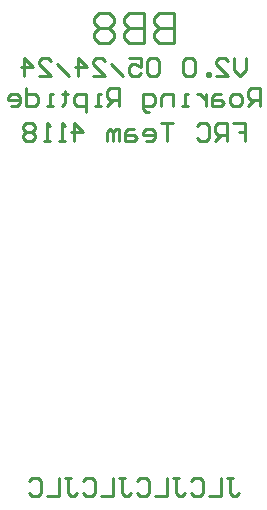
<source format=gbo>
G04*
G04 #@! TF.GenerationSoftware,Altium Limited,Altium Designer,23.8.1 (32)*
G04*
G04 Layer_Color=32896*
%FSLAX26Y26*%
%MOIN*%
G70*
G04*
G04 #@! TF.SameCoordinates,C2A49AF8-9E88-4C2C-BBB5-2A61B6A386C2*
G04*
G04*
G04 #@! TF.FilePolarity,Positive*
G04*
G01*
G75*
%ADD10C,0.010000*%
D10*
X374879Y664981D02*
Y624994D01*
X354885Y605000D01*
X334892Y624994D01*
Y664981D01*
X274911Y605000D02*
X314898D01*
X274911Y644987D01*
Y654984D01*
X284908Y664981D01*
X304901D01*
X314898Y654984D01*
X254918Y605000D02*
Y614997D01*
X244921D01*
Y605000D01*
X254918D01*
X204934Y654984D02*
X194937Y664981D01*
X174944D01*
X164947Y654984D01*
Y614997D01*
X174944Y605000D01*
X194937D01*
X204934Y614997D01*
Y654984D01*
X84973D02*
X74976Y664981D01*
X54982D01*
X44986Y654984D01*
Y614997D01*
X54982Y605000D01*
X74976D01*
X84973Y614997D01*
Y654984D01*
X-14995Y664981D02*
X24992D01*
Y634990D01*
X4998Y644987D01*
X-4998D01*
X-14995Y634990D01*
Y614997D01*
X-4998Y605000D01*
X14995D01*
X24992Y614997D01*
X-34989Y605000D02*
X-74976Y644987D01*
X-134956Y605000D02*
X-94969D01*
X-134956Y644987D01*
Y654984D01*
X-124960Y664981D01*
X-104966D01*
X-94969Y654984D01*
X-184940Y605000D02*
Y664981D01*
X-154950Y634990D01*
X-194937D01*
X-214930Y605000D02*
X-254917Y644987D01*
X-314898Y605000D02*
X-274911D01*
X-314898Y644987D01*
Y654984D01*
X-304901Y664981D01*
X-284908D01*
X-274911Y654984D01*
X-364882Y605000D02*
Y664981D01*
X-334892Y634990D01*
X-374879D01*
X133290Y814968D02*
Y715000D01*
X83306D01*
X66645Y731661D01*
Y748323D01*
X83306Y764984D01*
X133290D01*
X83306D01*
X66645Y781645D01*
Y798306D01*
X83306Y814968D01*
X133290D01*
X33323D02*
Y715000D01*
X-16661D01*
X-33322Y731661D01*
Y748323D01*
X-16661Y764984D01*
X33323D01*
X-16661D01*
X-33322Y781645D01*
Y798306D01*
X-16661Y814968D01*
X33323D01*
X-66645Y798306D02*
X-83306Y814968D01*
X-116629D01*
X-133290Y798306D01*
Y781645D01*
X-116629Y764984D01*
X-133290Y748323D01*
Y731661D01*
X-116629Y715000D01*
X-83306D01*
X-66645Y731661D01*
Y748323D01*
X-83306Y764984D01*
X-66645Y781645D01*
Y798306D01*
X-83306Y764984D02*
X-116629D01*
X419864Y504993D02*
Y564974D01*
X389874D01*
X379877Y554977D01*
Y534984D01*
X389874Y524987D01*
X419864D01*
X399871D02*
X379877Y504993D01*
X349887D02*
X329893D01*
X319897Y514990D01*
Y534984D01*
X329893Y544981D01*
X349887D01*
X359884Y534984D01*
Y514990D01*
X349887Y504993D01*
X289906Y544981D02*
X269913D01*
X259916Y534984D01*
Y504993D01*
X289906D01*
X299903Y514990D01*
X289906Y524987D01*
X259916D01*
X239922Y544981D02*
Y504993D01*
Y524987D01*
X229926Y534984D01*
X219929Y544981D01*
X209932D01*
X179942Y504993D02*
X159948D01*
X169945D01*
Y544981D01*
X179942D01*
X129958Y504993D02*
Y544981D01*
X99968D01*
X89971Y534984D01*
Y504993D01*
X49984Y485000D02*
X39987D01*
X29990Y494997D01*
Y544981D01*
X59981D01*
X69977Y534984D01*
Y514990D01*
X59981Y504993D01*
X29990D01*
X-49984D02*
Y564974D01*
X-79974D01*
X-89971Y554977D01*
Y534984D01*
X-79974Y524987D01*
X-49984D01*
X-69977D02*
X-89971Y504993D01*
X-109964D02*
X-129958D01*
X-119961D01*
Y544981D01*
X-109964D01*
X-159948Y485000D02*
Y544981D01*
X-189939D01*
X-199935Y534984D01*
Y514990D01*
X-189939Y504993D01*
X-159948D01*
X-229926Y554977D02*
Y544981D01*
X-219929D01*
X-239922D01*
X-229926D01*
Y514990D01*
X-239922Y504993D01*
X-269913D02*
X-289906D01*
X-279909D01*
Y544981D01*
X-269913D01*
X-359884Y564974D02*
Y504993D01*
X-329893D01*
X-319896Y514990D01*
Y534984D01*
X-329893Y544981D01*
X-359884D01*
X-409867Y504993D02*
X-389874D01*
X-379877Y514990D01*
Y534984D01*
X-389874Y544981D01*
X-409867D01*
X-419864Y534984D01*
Y524987D01*
X-379877D01*
X329893Y449981D02*
X369880D01*
Y419990D01*
X349887D01*
X369880D01*
Y390000D01*
X309900D02*
Y449981D01*
X279909D01*
X269913Y439984D01*
Y419990D01*
X279909Y409993D01*
X309900D01*
X289906D02*
X269913Y390000D01*
X209932Y439984D02*
X219929Y449981D01*
X239922D01*
X249919Y439984D01*
Y399997D01*
X239922Y390000D01*
X219929D01*
X209932Y399997D01*
X129958Y449981D02*
X89971D01*
X109965D01*
Y390000D01*
X39987D02*
X59981D01*
X69977Y399997D01*
Y419990D01*
X59981Y429987D01*
X39987D01*
X29990Y419990D01*
Y409993D01*
X69977D01*
X0Y429987D02*
X-19994D01*
X-29990Y419990D01*
Y390000D01*
X0D01*
X9997Y399997D01*
X0Y409993D01*
X-29990D01*
X-49984Y390000D02*
Y429987D01*
X-59981D01*
X-69977Y419990D01*
Y390000D01*
Y419990D01*
X-79974Y429987D01*
X-89971Y419990D01*
Y390000D01*
X-199935D02*
Y449981D01*
X-169945Y419990D01*
X-209932D01*
X-229926Y390000D02*
X-249919D01*
X-239922D01*
Y449981D01*
X-229926Y439984D01*
X-279909Y390000D02*
X-299903D01*
X-289906D01*
Y449981D01*
X-279909Y439984D01*
X-329893D02*
X-339890Y449981D01*
X-359884D01*
X-369880Y439984D01*
Y429987D01*
X-359884Y419990D01*
X-369880Y409993D01*
Y399997D01*
X-359884Y390000D01*
X-339890D01*
X-329893Y399997D01*
Y409993D01*
X-339890Y419990D01*
X-329893Y429987D01*
Y439984D01*
X-339890Y419990D02*
X-359884D01*
X309900Y-735019D02*
X329893D01*
X319897D01*
Y-785003D01*
X329893Y-795000D01*
X339890D01*
X349887Y-785003D01*
X289906Y-735019D02*
Y-795000D01*
X249919D01*
X189939Y-745016D02*
X199935Y-735019D01*
X219929D01*
X229926Y-745016D01*
Y-785003D01*
X219929Y-795000D01*
X199935D01*
X189939Y-785003D01*
X129958Y-735019D02*
X149952D01*
X139955D01*
Y-785003D01*
X149952Y-795000D01*
X159948D01*
X169945Y-785003D01*
X109965Y-735019D02*
Y-795000D01*
X69977D01*
X9997Y-745016D02*
X19994Y-735019D01*
X39987D01*
X49984Y-745016D01*
Y-785003D01*
X39987Y-795000D01*
X19994D01*
X9997Y-785003D01*
X-49984Y-735019D02*
X-29990D01*
X-39987D01*
Y-785003D01*
X-29990Y-795000D01*
X-19994D01*
X-9997Y-785003D01*
X-69977Y-735019D02*
Y-795000D01*
X-109964D01*
X-169945Y-745016D02*
X-159948Y-735019D01*
X-139955D01*
X-129958Y-745016D01*
Y-785003D01*
X-139955Y-795000D01*
X-159948D01*
X-169945Y-785003D01*
X-229926Y-735019D02*
X-209932D01*
X-219929D01*
Y-785003D01*
X-209932Y-795000D01*
X-199935D01*
X-189939Y-785003D01*
X-249919Y-735019D02*
Y-795000D01*
X-289906D01*
X-349887Y-745016D02*
X-339890Y-735019D01*
X-319897D01*
X-309900Y-745016D01*
Y-785003D01*
X-319897Y-795000D01*
X-339890D01*
X-349887Y-785003D01*
M02*

</source>
